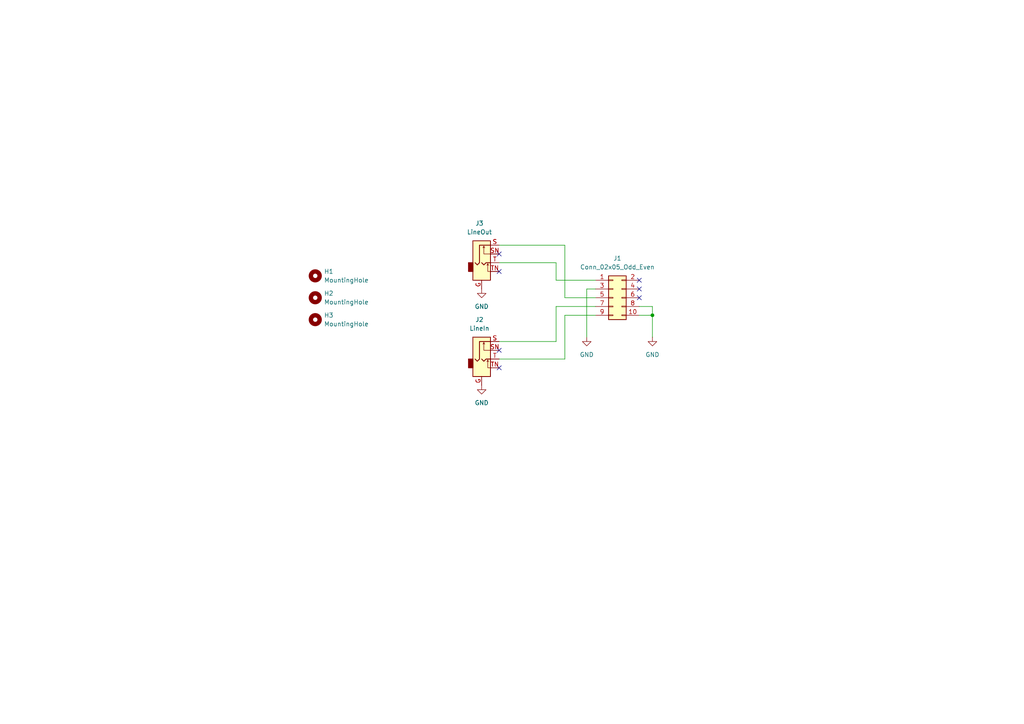
<source format=kicad_sch>
(kicad_sch
	(version 20231120)
	(generator "eeschema")
	(generator_version "8.0")
	(uuid "0bcab0cf-1598-4da1-84ec-1057ac7f254a")
	(paper "A4")
	(lib_symbols
		(symbol "Connector_Audio:AudioJack2_Ground_Switch"
			(exclude_from_sim no)
			(in_bom yes)
			(on_board yes)
			(property "Reference" "J"
				(at 0 11.43 0)
				(effects
					(font
						(size 1.27 1.27)
					)
				)
			)
			(property "Value" "AudioJack2_Ground_Switch"
				(at 0 8.89 0)
				(effects
					(font
						(size 1.27 1.27)
					)
				)
			)
			(property "Footprint" ""
				(at 0 5.08 0)
				(effects
					(font
						(size 1.27 1.27)
					)
					(hide yes)
				)
			)
			(property "Datasheet" "~"
				(at 0 5.08 0)
				(effects
					(font
						(size 1.27 1.27)
					)
					(hide yes)
				)
			)
			(property "Description" "Audio Jack, 2 Poles (Mono / TS), Grounded Sleeve, Switched Pole (Normalling)"
				(at 0 0 0)
				(effects
					(font
						(size 1.27 1.27)
					)
					(hide yes)
				)
			)
			(property "ki_keywords" "audio jack receptacle mono headphones phone TS connector"
				(at 0 0 0)
				(effects
					(font
						(size 1.27 1.27)
					)
					(hide yes)
				)
			)
			(property "ki_fp_filters" "Jack*"
				(at 0 0 0)
				(effects
					(font
						(size 1.27 1.27)
					)
					(hide yes)
				)
			)
			(symbol "AudioJack2_Ground_Switch_0_1"
				(rectangle
					(start -2.54 -2.54)
					(end -3.81 0)
					(stroke
						(width 0.254)
						(type default)
					)
					(fill
						(type outline)
					)
				)
				(rectangle
					(start 2.54 6.35)
					(end -2.54 -5.08)
					(stroke
						(width 0.254)
						(type default)
					)
					(fill
						(type background)
					)
				)
			)
			(symbol "AudioJack2_Ground_Switch_1_1"
				(polyline
					(pts
						(xy 0.635 4.826) (xy 0.889 4.318)
					)
					(stroke
						(width 0)
						(type default)
					)
					(fill
						(type none)
					)
				)
				(polyline
					(pts
						(xy 1.778 -0.254) (xy 2.032 -0.762)
					)
					(stroke
						(width 0)
						(type default)
					)
					(fill
						(type none)
					)
				)
				(polyline
					(pts
						(xy 0 0) (xy 0.635 -0.635) (xy 1.27 0) (xy 2.54 0)
					)
					(stroke
						(width 0.254)
						(type default)
					)
					(fill
						(type none)
					)
				)
				(polyline
					(pts
						(xy 2.54 -2.54) (xy 1.778 -2.54) (xy 1.778 -0.254) (xy 1.524 -0.762)
					)
					(stroke
						(width 0)
						(type default)
					)
					(fill
						(type none)
					)
				)
				(polyline
					(pts
						(xy 2.54 2.54) (xy 0.635 2.54) (xy 0.635 4.826) (xy 0.381 4.318)
					)
					(stroke
						(width 0)
						(type default)
					)
					(fill
						(type none)
					)
				)
				(polyline
					(pts
						(xy 2.54 5.08) (xy -0.635 5.08) (xy -0.635 0) (xy -1.27 -0.635) (xy -1.905 0)
					)
					(stroke
						(width 0.254)
						(type default)
					)
					(fill
						(type none)
					)
				)
				(pin passive line
					(at 0 -7.62 90)
					(length 2.54)
					(name "~"
						(effects
							(font
								(size 1.27 1.27)
							)
						)
					)
					(number "G"
						(effects
							(font
								(size 1.27 1.27)
							)
						)
					)
				)
				(pin passive line
					(at 5.08 5.08 180)
					(length 2.54)
					(name "~"
						(effects
							(font
								(size 1.27 1.27)
							)
						)
					)
					(number "S"
						(effects
							(font
								(size 1.27 1.27)
							)
						)
					)
				)
				(pin passive line
					(at 5.08 2.54 180)
					(length 2.54)
					(name "~"
						(effects
							(font
								(size 1.27 1.27)
							)
						)
					)
					(number "SN"
						(effects
							(font
								(size 1.27 1.27)
							)
						)
					)
				)
				(pin passive line
					(at 5.08 0 180)
					(length 2.54)
					(name "~"
						(effects
							(font
								(size 1.27 1.27)
							)
						)
					)
					(number "T"
						(effects
							(font
								(size 1.27 1.27)
							)
						)
					)
				)
				(pin passive line
					(at 5.08 -2.54 180)
					(length 2.54)
					(name "~"
						(effects
							(font
								(size 1.27 1.27)
							)
						)
					)
					(number "TN"
						(effects
							(font
								(size 1.27 1.27)
							)
						)
					)
				)
			)
		)
		(symbol "Connector_Generic:Conn_02x05_Odd_Even"
			(pin_names
				(offset 1.016) hide)
			(exclude_from_sim no)
			(in_bom yes)
			(on_board yes)
			(property "Reference" "J"
				(at 1.27 7.62 0)
				(effects
					(font
						(size 1.27 1.27)
					)
				)
			)
			(property "Value" "Conn_02x05_Odd_Even"
				(at 1.27 -7.62 0)
				(effects
					(font
						(size 1.27 1.27)
					)
				)
			)
			(property "Footprint" ""
				(at 0 0 0)
				(effects
					(font
						(size 1.27 1.27)
					)
					(hide yes)
				)
			)
			(property "Datasheet" "~"
				(at 0 0 0)
				(effects
					(font
						(size 1.27 1.27)
					)
					(hide yes)
				)
			)
			(property "Description" "Generic connector, double row, 02x05, odd/even pin numbering scheme (row 1 odd numbers, row 2 even numbers), script generated (kicad-library-utils/schlib/autogen/connector/)"
				(at 0 0 0)
				(effects
					(font
						(size 1.27 1.27)
					)
					(hide yes)
				)
			)
			(property "ki_keywords" "connector"
				(at 0 0 0)
				(effects
					(font
						(size 1.27 1.27)
					)
					(hide yes)
				)
			)
			(property "ki_fp_filters" "Connector*:*_2x??_*"
				(at 0 0 0)
				(effects
					(font
						(size 1.27 1.27)
					)
					(hide yes)
				)
			)
			(symbol "Conn_02x05_Odd_Even_1_1"
				(rectangle
					(start -1.27 -4.953)
					(end 0 -5.207)
					(stroke
						(width 0.1524)
						(type default)
					)
					(fill
						(type none)
					)
				)
				(rectangle
					(start -1.27 -2.413)
					(end 0 -2.667)
					(stroke
						(width 0.1524)
						(type default)
					)
					(fill
						(type none)
					)
				)
				(rectangle
					(start -1.27 0.127)
					(end 0 -0.127)
					(stroke
						(width 0.1524)
						(type default)
					)
					(fill
						(type none)
					)
				)
				(rectangle
					(start -1.27 2.667)
					(end 0 2.413)
					(stroke
						(width 0.1524)
						(type default)
					)
					(fill
						(type none)
					)
				)
				(rectangle
					(start -1.27 5.207)
					(end 0 4.953)
					(stroke
						(width 0.1524)
						(type default)
					)
					(fill
						(type none)
					)
				)
				(rectangle
					(start -1.27 6.35)
					(end 3.81 -6.35)
					(stroke
						(width 0.254)
						(type default)
					)
					(fill
						(type background)
					)
				)
				(rectangle
					(start 3.81 -4.953)
					(end 2.54 -5.207)
					(stroke
						(width 0.1524)
						(type default)
					)
					(fill
						(type none)
					)
				)
				(rectangle
					(start 3.81 -2.413)
					(end 2.54 -2.667)
					(stroke
						(width 0.1524)
						(type default)
					)
					(fill
						(type none)
					)
				)
				(rectangle
					(start 3.81 0.127)
					(end 2.54 -0.127)
					(stroke
						(width 0.1524)
						(type default)
					)
					(fill
						(type none)
					)
				)
				(rectangle
					(start 3.81 2.667)
					(end 2.54 2.413)
					(stroke
						(width 0.1524)
						(type default)
					)
					(fill
						(type none)
					)
				)
				(rectangle
					(start 3.81 5.207)
					(end 2.54 4.953)
					(stroke
						(width 0.1524)
						(type default)
					)
					(fill
						(type none)
					)
				)
				(pin passive line
					(at -5.08 5.08 0)
					(length 3.81)
					(name "Pin_1"
						(effects
							(font
								(size 1.27 1.27)
							)
						)
					)
					(number "1"
						(effects
							(font
								(size 1.27 1.27)
							)
						)
					)
				)
				(pin passive line
					(at 7.62 -5.08 180)
					(length 3.81)
					(name "Pin_10"
						(effects
							(font
								(size 1.27 1.27)
							)
						)
					)
					(number "10"
						(effects
							(font
								(size 1.27 1.27)
							)
						)
					)
				)
				(pin passive line
					(at 7.62 5.08 180)
					(length 3.81)
					(name "Pin_2"
						(effects
							(font
								(size 1.27 1.27)
							)
						)
					)
					(number "2"
						(effects
							(font
								(size 1.27 1.27)
							)
						)
					)
				)
				(pin passive line
					(at -5.08 2.54 0)
					(length 3.81)
					(name "Pin_3"
						(effects
							(font
								(size 1.27 1.27)
							)
						)
					)
					(number "3"
						(effects
							(font
								(size 1.27 1.27)
							)
						)
					)
				)
				(pin passive line
					(at 7.62 2.54 180)
					(length 3.81)
					(name "Pin_4"
						(effects
							(font
								(size 1.27 1.27)
							)
						)
					)
					(number "4"
						(effects
							(font
								(size 1.27 1.27)
							)
						)
					)
				)
				(pin passive line
					(at -5.08 0 0)
					(length 3.81)
					(name "Pin_5"
						(effects
							(font
								(size 1.27 1.27)
							)
						)
					)
					(number "5"
						(effects
							(font
								(size 1.27 1.27)
							)
						)
					)
				)
				(pin passive line
					(at 7.62 0 180)
					(length 3.81)
					(name "Pin_6"
						(effects
							(font
								(size 1.27 1.27)
							)
						)
					)
					(number "6"
						(effects
							(font
								(size 1.27 1.27)
							)
						)
					)
				)
				(pin passive line
					(at -5.08 -2.54 0)
					(length 3.81)
					(name "Pin_7"
						(effects
							(font
								(size 1.27 1.27)
							)
						)
					)
					(number "7"
						(effects
							(font
								(size 1.27 1.27)
							)
						)
					)
				)
				(pin passive line
					(at 7.62 -2.54 180)
					(length 3.81)
					(name "Pin_8"
						(effects
							(font
								(size 1.27 1.27)
							)
						)
					)
					(number "8"
						(effects
							(font
								(size 1.27 1.27)
							)
						)
					)
				)
				(pin passive line
					(at -5.08 -5.08 0)
					(length 3.81)
					(name "Pin_9"
						(effects
							(font
								(size 1.27 1.27)
							)
						)
					)
					(number "9"
						(effects
							(font
								(size 1.27 1.27)
							)
						)
					)
				)
			)
		)
		(symbol "Mechanical:MountingHole"
			(pin_names
				(offset 1.016)
			)
			(exclude_from_sim yes)
			(in_bom no)
			(on_board yes)
			(property "Reference" "H"
				(at 0 5.08 0)
				(effects
					(font
						(size 1.27 1.27)
					)
				)
			)
			(property "Value" "MountingHole"
				(at 0 3.175 0)
				(effects
					(font
						(size 1.27 1.27)
					)
				)
			)
			(property "Footprint" ""
				(at 0 0 0)
				(effects
					(font
						(size 1.27 1.27)
					)
					(hide yes)
				)
			)
			(property "Datasheet" "~"
				(at 0 0 0)
				(effects
					(font
						(size 1.27 1.27)
					)
					(hide yes)
				)
			)
			(property "Description" "Mounting Hole without connection"
				(at 0 0 0)
				(effects
					(font
						(size 1.27 1.27)
					)
					(hide yes)
				)
			)
			(property "ki_keywords" "mounting hole"
				(at 0 0 0)
				(effects
					(font
						(size 1.27 1.27)
					)
					(hide yes)
				)
			)
			(property "ki_fp_filters" "MountingHole*"
				(at 0 0 0)
				(effects
					(font
						(size 1.27 1.27)
					)
					(hide yes)
				)
			)
			(symbol "MountingHole_0_1"
				(circle
					(center 0 0)
					(radius 1.27)
					(stroke
						(width 1.27)
						(type default)
					)
					(fill
						(type none)
					)
				)
			)
		)
		(symbol "power:GND"
			(power)
			(pin_numbers hide)
			(pin_names
				(offset 0) hide)
			(exclude_from_sim no)
			(in_bom yes)
			(on_board yes)
			(property "Reference" "#PWR"
				(at 0 -6.35 0)
				(effects
					(font
						(size 1.27 1.27)
					)
					(hide yes)
				)
			)
			(property "Value" "GND"
				(at 0 -3.81 0)
				(effects
					(font
						(size 1.27 1.27)
					)
				)
			)
			(property "Footprint" ""
				(at 0 0 0)
				(effects
					(font
						(size 1.27 1.27)
					)
					(hide yes)
				)
			)
			(property "Datasheet" ""
				(at 0 0 0)
				(effects
					(font
						(size 1.27 1.27)
					)
					(hide yes)
				)
			)
			(property "Description" "Power symbol creates a global label with name \"GND\" , ground"
				(at 0 0 0)
				(effects
					(font
						(size 1.27 1.27)
					)
					(hide yes)
				)
			)
			(property "ki_keywords" "global power"
				(at 0 0 0)
				(effects
					(font
						(size 1.27 1.27)
					)
					(hide yes)
				)
			)
			(symbol "GND_0_1"
				(polyline
					(pts
						(xy 0 0) (xy 0 -1.27) (xy 1.27 -1.27) (xy 0 -2.54) (xy -1.27 -1.27) (xy 0 -1.27)
					)
					(stroke
						(width 0)
						(type default)
					)
					(fill
						(type none)
					)
				)
			)
			(symbol "GND_1_1"
				(pin power_in line
					(at 0 0 270)
					(length 0)
					(name "~"
						(effects
							(font
								(size 1.27 1.27)
							)
						)
					)
					(number "1"
						(effects
							(font
								(size 1.27 1.27)
							)
						)
					)
				)
			)
		)
	)
	(junction
		(at 189.23 91.44)
		(diameter 0)
		(color 0 0 0 0)
		(uuid "bff79a80-f052-439e-a28c-01947bbe5782")
	)
	(no_connect
		(at 185.42 81.28)
		(uuid "048107b0-4287-4b7b-95ab-eb0359d50f23")
	)
	(no_connect
		(at 144.78 73.66)
		(uuid "17c72a06-adb7-4716-b8d0-86b936c5fdf4")
	)
	(no_connect
		(at 185.42 83.82)
		(uuid "29c72dca-ca0f-4838-82bb-38521ed7c423")
	)
	(no_connect
		(at 144.78 106.68)
		(uuid "2d60a2ac-dc30-43c6-b7e0-4374517fc920")
	)
	(no_connect
		(at 144.78 78.74)
		(uuid "32ec79ac-0f6b-41ee-a866-c10405ea4edf")
	)
	(no_connect
		(at 185.42 86.36)
		(uuid "7c4c6498-0443-4450-a74f-46266ba84474")
	)
	(no_connect
		(at 144.78 101.6)
		(uuid "afe1ce46-308a-4210-a96f-750d6805e288")
	)
	(wire
		(pts
			(xy 144.78 104.14) (xy 163.83 104.14)
		)
		(stroke
			(width 0)
			(type default)
		)
		(uuid "088df90d-b0c6-404c-bfb5-9a1a527d86bd")
	)
	(wire
		(pts
			(xy 163.83 71.12) (xy 144.78 71.12)
		)
		(stroke
			(width 0)
			(type default)
		)
		(uuid "0951d171-2a54-407f-8545-f0311189e6ab")
	)
	(wire
		(pts
			(xy 189.23 88.9) (xy 189.23 91.44)
		)
		(stroke
			(width 0)
			(type default)
		)
		(uuid "37eaa13a-96ba-4fb6-8fda-3c2d1cc43899")
	)
	(wire
		(pts
			(xy 161.29 81.28) (xy 161.29 76.2)
		)
		(stroke
			(width 0)
			(type default)
		)
		(uuid "448d4555-db66-4057-b23f-4e9688f712bc")
	)
	(wire
		(pts
			(xy 161.29 88.9) (xy 172.72 88.9)
		)
		(stroke
			(width 0)
			(type default)
		)
		(uuid "4afd2d8a-e0dc-4c57-8d9f-dddc97f2bfcb")
	)
	(wire
		(pts
			(xy 163.83 91.44) (xy 172.72 91.44)
		)
		(stroke
			(width 0)
			(type default)
		)
		(uuid "60d6d340-8533-4efa-9a4f-291a15462790")
	)
	(wire
		(pts
			(xy 163.83 104.14) (xy 163.83 91.44)
		)
		(stroke
			(width 0)
			(type default)
		)
		(uuid "74344c6d-4612-4691-8755-3836abac6683")
	)
	(wire
		(pts
			(xy 189.23 91.44) (xy 189.23 97.79)
		)
		(stroke
			(width 0)
			(type default)
		)
		(uuid "8772f074-7639-4b31-84b7-a723bcb145ed")
	)
	(wire
		(pts
			(xy 144.78 99.06) (xy 161.29 99.06)
		)
		(stroke
			(width 0)
			(type default)
		)
		(uuid "904a732b-d906-41f6-b0be-14091bc48b52")
	)
	(wire
		(pts
			(xy 161.29 99.06) (xy 161.29 88.9)
		)
		(stroke
			(width 0)
			(type default)
		)
		(uuid "9b36547c-6d92-405d-b2fa-764763e246b4")
	)
	(wire
		(pts
			(xy 185.42 91.44) (xy 189.23 91.44)
		)
		(stroke
			(width 0)
			(type default)
		)
		(uuid "9cf5b80d-f64b-4e87-ab9e-7c526d297159")
	)
	(wire
		(pts
			(xy 163.83 86.36) (xy 163.83 71.12)
		)
		(stroke
			(width 0)
			(type default)
		)
		(uuid "9ddf903e-a4ef-493c-9c84-b3e67198f42a")
	)
	(wire
		(pts
			(xy 172.72 83.82) (xy 170.18 83.82)
		)
		(stroke
			(width 0)
			(type default)
		)
		(uuid "c0ca8959-510c-42e1-b728-edd435abcb01")
	)
	(wire
		(pts
			(xy 185.42 88.9) (xy 189.23 88.9)
		)
		(stroke
			(width 0)
			(type default)
		)
		(uuid "c366b840-0f64-4715-a6d9-997e5eb3ad65")
	)
	(wire
		(pts
			(xy 172.72 86.36) (xy 163.83 86.36)
		)
		(stroke
			(width 0)
			(type default)
		)
		(uuid "ceeb7cc4-9056-438b-bcb1-b71228265387")
	)
	(wire
		(pts
			(xy 161.29 76.2) (xy 144.78 76.2)
		)
		(stroke
			(width 0)
			(type default)
		)
		(uuid "d4b44f04-c27e-4bbb-af19-97e056d98fa0")
	)
	(wire
		(pts
			(xy 170.18 83.82) (xy 170.18 97.79)
		)
		(stroke
			(width 0)
			(type default)
		)
		(uuid "dc1bca3f-5266-406f-9568-b61baffcbdfc")
	)
	(wire
		(pts
			(xy 172.72 81.28) (xy 161.29 81.28)
		)
		(stroke
			(width 0)
			(type default)
		)
		(uuid "fc88a3e0-e550-46c6-b330-1176af93b8b8")
	)
	(symbol
		(lib_id "power:GND")
		(at 139.7 83.82 0)
		(unit 1)
		(exclude_from_sim no)
		(in_bom yes)
		(on_board yes)
		(dnp no)
		(fields_autoplaced yes)
		(uuid "0d586711-2685-412d-bb69-a11e56bf08c2")
		(property "Reference" "#PWR04"
			(at 139.7 90.17 0)
			(effects
				(font
					(size 1.27 1.27)
				)
				(hide yes)
			)
		)
		(property "Value" "GND"
			(at 139.7 88.9 0)
			(effects
				(font
					(size 1.27 1.27)
				)
			)
		)
		(property "Footprint" ""
			(at 139.7 83.82 0)
			(effects
				(font
					(size 1.27 1.27)
				)
				(hide yes)
			)
		)
		(property "Datasheet" ""
			(at 139.7 83.82 0)
			(effects
				(font
					(size 1.27 1.27)
				)
				(hide yes)
			)
		)
		(property "Description" "Power symbol creates a global label with name \"GND\" , ground"
			(at 139.7 83.82 0)
			(effects
				(font
					(size 1.27 1.27)
				)
				(hide yes)
			)
		)
		(pin "1"
			(uuid "79255c65-6c3e-48fc-a4cc-95405c4b7319")
		)
		(instances
			(project "MIDIController-AudioShield"
				(path "/0bcab0cf-1598-4da1-84ec-1057ac7f254a"
					(reference "#PWR04")
					(unit 1)
				)
			)
		)
	)
	(symbol
		(lib_id "power:GND")
		(at 170.18 97.79 0)
		(unit 1)
		(exclude_from_sim no)
		(in_bom yes)
		(on_board yes)
		(dnp no)
		(fields_autoplaced yes)
		(uuid "2b84ee4a-597a-4fe0-a8cc-554b77ed181d")
		(property "Reference" "#PWR01"
			(at 170.18 104.14 0)
			(effects
				(font
					(size 1.27 1.27)
				)
				(hide yes)
			)
		)
		(property "Value" "GND"
			(at 170.18 102.87 0)
			(effects
				(font
					(size 1.27 1.27)
				)
			)
		)
		(property "Footprint" ""
			(at 170.18 97.79 0)
			(effects
				(font
					(size 1.27 1.27)
				)
				(hide yes)
			)
		)
		(property "Datasheet" ""
			(at 170.18 97.79 0)
			(effects
				(font
					(size 1.27 1.27)
				)
				(hide yes)
			)
		)
		(property "Description" "Power symbol creates a global label with name \"GND\" , ground"
			(at 170.18 97.79 0)
			(effects
				(font
					(size 1.27 1.27)
				)
				(hide yes)
			)
		)
		(pin "1"
			(uuid "84a410fa-e608-493c-a6f6-c178fe7c8861")
		)
		(instances
			(project ""
				(path "/0bcab0cf-1598-4da1-84ec-1057ac7f254a"
					(reference "#PWR01")
					(unit 1)
				)
			)
		)
	)
	(symbol
		(lib_id "Connector_Audio:AudioJack2_Ground_Switch")
		(at 139.7 104.14 0)
		(unit 1)
		(exclude_from_sim no)
		(in_bom yes)
		(on_board yes)
		(dnp no)
		(fields_autoplaced yes)
		(uuid "6765b52b-ea5c-49fb-b58f-f9ae19adc112")
		(property "Reference" "J2"
			(at 139.065 92.71 0)
			(effects
				(font
					(size 1.27 1.27)
				)
			)
		)
		(property "Value" "LineIn"
			(at 139.065 95.25 0)
			(effects
				(font
					(size 1.27 1.27)
				)
			)
		)
		(property "Footprint" "Custom_Connectors:Jack_3.5mm_Ledino_KB3SPRS_Horizontal_Stereo"
			(at 139.7 99.06 0)
			(effects
				(font
					(size 1.27 1.27)
				)
				(hide yes)
			)
		)
		(property "Datasheet" "~"
			(at 139.7 99.06 0)
			(effects
				(font
					(size 1.27 1.27)
				)
				(hide yes)
			)
		)
		(property "Description" "Audio Jack, 2 Poles (Mono / TS), Grounded Sleeve, Switched Pole (Normalling)"
			(at 139.7 104.14 0)
			(effects
				(font
					(size 1.27 1.27)
				)
				(hide yes)
			)
		)
		(pin "S"
			(uuid "3f8e94d5-7126-40ad-9383-5e816000f2b0")
		)
		(pin "G"
			(uuid "d2681503-ef70-4b21-9eef-b2c8481f3d37")
		)
		(pin "T"
			(uuid "100a21fe-4475-43f2-b367-e8330c7fcb03")
		)
		(pin "SN"
			(uuid "76c8f67f-29ae-4aba-9eea-a3a03a51673a")
		)
		(pin "TN"
			(uuid "c0fd2f4f-6dae-4d78-afa5-edf5eb5cbc48")
		)
		(instances
			(project ""
				(path "/0bcab0cf-1598-4da1-84ec-1057ac7f254a"
					(reference "J2")
					(unit 1)
				)
			)
		)
	)
	(symbol
		(lib_id "Mechanical:MountingHole")
		(at 91.44 92.71 0)
		(unit 1)
		(exclude_from_sim yes)
		(in_bom no)
		(on_board yes)
		(dnp no)
		(fields_autoplaced yes)
		(uuid "69551d6e-d752-4fcf-a990-24bf1efe55d7")
		(property "Reference" "H3"
			(at 93.98 91.4399 0)
			(effects
				(font
					(size 1.27 1.27)
				)
				(justify left)
			)
		)
		(property "Value" "MountingHole"
			(at 93.98 93.9799 0)
			(effects
				(font
					(size 1.27 1.27)
				)
				(justify left)
			)
		)
		(property "Footprint" "MountingHole:MountingHole_3.2mm_M3"
			(at 91.44 92.71 0)
			(effects
				(font
					(size 1.27 1.27)
				)
				(hide yes)
			)
		)
		(property "Datasheet" "~"
			(at 91.44 92.71 0)
			(effects
				(font
					(size 1.27 1.27)
				)
				(hide yes)
			)
		)
		(property "Description" "Mounting Hole without connection"
			(at 91.44 92.71 0)
			(effects
				(font
					(size 1.27 1.27)
				)
				(hide yes)
			)
		)
		(instances
			(project ""
				(path "/0bcab0cf-1598-4da1-84ec-1057ac7f254a"
					(reference "H3")
					(unit 1)
				)
			)
		)
	)
	(symbol
		(lib_id "Mechanical:MountingHole")
		(at 91.44 86.36 0)
		(unit 1)
		(exclude_from_sim yes)
		(in_bom no)
		(on_board yes)
		(dnp no)
		(fields_autoplaced yes)
		(uuid "70febf45-2fee-499f-bf3c-90f096ad11c8")
		(property "Reference" "H2"
			(at 93.98 85.0899 0)
			(effects
				(font
					(size 1.27 1.27)
				)
				(justify left)
			)
		)
		(property "Value" "MountingHole"
			(at 93.98 87.6299 0)
			(effects
				(font
					(size 1.27 1.27)
				)
				(justify left)
			)
		)
		(property "Footprint" "MountingHole:MountingHole_3.2mm_M3"
			(at 91.44 86.36 0)
			(effects
				(font
					(size 1.27 1.27)
				)
				(hide yes)
			)
		)
		(property "Datasheet" "~"
			(at 91.44 86.36 0)
			(effects
				(font
					(size 1.27 1.27)
				)
				(hide yes)
			)
		)
		(property "Description" "Mounting Hole without connection"
			(at 91.44 86.36 0)
			(effects
				(font
					(size 1.27 1.27)
				)
				(hide yes)
			)
		)
		(instances
			(project ""
				(path "/0bcab0cf-1598-4da1-84ec-1057ac7f254a"
					(reference "H2")
					(unit 1)
				)
			)
		)
	)
	(symbol
		(lib_id "power:GND")
		(at 139.7 111.76 0)
		(unit 1)
		(exclude_from_sim no)
		(in_bom yes)
		(on_board yes)
		(dnp no)
		(fields_autoplaced yes)
		(uuid "a976b511-be9c-4e5d-bd31-095b38311d97")
		(property "Reference" "#PWR03"
			(at 139.7 118.11 0)
			(effects
				(font
					(size 1.27 1.27)
				)
				(hide yes)
			)
		)
		(property "Value" "GND"
			(at 139.7 116.84 0)
			(effects
				(font
					(size 1.27 1.27)
				)
			)
		)
		(property "Footprint" ""
			(at 139.7 111.76 0)
			(effects
				(font
					(size 1.27 1.27)
				)
				(hide yes)
			)
		)
		(property "Datasheet" ""
			(at 139.7 111.76 0)
			(effects
				(font
					(size 1.27 1.27)
				)
				(hide yes)
			)
		)
		(property "Description" "Power symbol creates a global label with name \"GND\" , ground"
			(at 139.7 111.76 0)
			(effects
				(font
					(size 1.27 1.27)
				)
				(hide yes)
			)
		)
		(pin "1"
			(uuid "2b3cbbd4-b1c5-44d0-a9e8-613dfe8355c9")
		)
		(instances
			(project "MIDIController-AudioShield"
				(path "/0bcab0cf-1598-4da1-84ec-1057ac7f254a"
					(reference "#PWR03")
					(unit 1)
				)
			)
		)
	)
	(symbol
		(lib_id "Connector_Audio:AudioJack2_Ground_Switch")
		(at 139.7 76.2 0)
		(unit 1)
		(exclude_from_sim no)
		(in_bom yes)
		(on_board yes)
		(dnp no)
		(fields_autoplaced yes)
		(uuid "b19bb81f-ddb6-4273-844e-d55bc4f2febb")
		(property "Reference" "J3"
			(at 139.065 64.77 0)
			(effects
				(font
					(size 1.27 1.27)
				)
			)
		)
		(property "Value" "LineOut"
			(at 139.065 67.31 0)
			(effects
				(font
					(size 1.27 1.27)
				)
			)
		)
		(property "Footprint" "Custom_Connectors:Jack_3.5mm_Ledino_KB3SPRS_Horizontal_Stereo"
			(at 139.7 71.12 0)
			(effects
				(font
					(size 1.27 1.27)
				)
				(hide yes)
			)
		)
		(property "Datasheet" "~"
			(at 139.7 71.12 0)
			(effects
				(font
					(size 1.27 1.27)
				)
				(hide yes)
			)
		)
		(property "Description" "Audio Jack, 2 Poles (Mono / TS), Grounded Sleeve, Switched Pole (Normalling)"
			(at 139.7 76.2 0)
			(effects
				(font
					(size 1.27 1.27)
				)
				(hide yes)
			)
		)
		(pin "S"
			(uuid "bb40726e-84ab-455a-9732-44f83691f7f8")
		)
		(pin "G"
			(uuid "985e1093-0107-4245-a20e-a7b9c6f286cf")
		)
		(pin "T"
			(uuid "ea4c18e9-3903-4261-adda-dea57f1a3b2e")
		)
		(pin "SN"
			(uuid "94fad70b-6b73-46ac-946a-09e8c20895cf")
		)
		(pin "TN"
			(uuid "92304b6c-9f70-40c9-b441-18a256c9f246")
		)
		(instances
			(project "MIDIController-AudioShield"
				(path "/0bcab0cf-1598-4da1-84ec-1057ac7f254a"
					(reference "J3")
					(unit 1)
				)
			)
		)
	)
	(symbol
		(lib_id "power:GND")
		(at 189.23 97.79 0)
		(unit 1)
		(exclude_from_sim no)
		(in_bom yes)
		(on_board yes)
		(dnp no)
		(fields_autoplaced yes)
		(uuid "e5bf3719-5031-44ea-a25c-510cd43e0834")
		(property "Reference" "#PWR02"
			(at 189.23 104.14 0)
			(effects
				(font
					(size 1.27 1.27)
				)
				(hide yes)
			)
		)
		(property "Value" "GND"
			(at 189.23 102.87 0)
			(effects
				(font
					(size 1.27 1.27)
				)
			)
		)
		(property "Footprint" ""
			(at 189.23 97.79 0)
			(effects
				(font
					(size 1.27 1.27)
				)
				(hide yes)
			)
		)
		(property "Datasheet" ""
			(at 189.23 97.79 0)
			(effects
				(font
					(size 1.27 1.27)
				)
				(hide yes)
			)
		)
		(property "Description" "Power symbol creates a global label with name \"GND\" , ground"
			(at 189.23 97.79 0)
			(effects
				(font
					(size 1.27 1.27)
				)
				(hide yes)
			)
		)
		(pin "1"
			(uuid "84a410fa-e608-493c-a6f6-c178fe7c8861")
		)
		(instances
			(project ""
				(path "/0bcab0cf-1598-4da1-84ec-1057ac7f254a"
					(reference "#PWR02")
					(unit 1)
				)
			)
		)
	)
	(symbol
		(lib_id "Connector_Generic:Conn_02x05_Odd_Even")
		(at 177.8 86.36 0)
		(unit 1)
		(exclude_from_sim no)
		(in_bom yes)
		(on_board yes)
		(dnp no)
		(fields_autoplaced yes)
		(uuid "e79d3245-34bc-4147-a109-d3cbe7174c4a")
		(property "Reference" "J1"
			(at 179.07 74.93 0)
			(effects
				(font
					(size 1.27 1.27)
				)
			)
		)
		(property "Value" "Conn_02x05_Odd_Even"
			(at 179.07 77.47 0)
			(effects
				(font
					(size 1.27 1.27)
				)
			)
		)
		(property "Footprint" "Connector_PinHeader_2.54mm:PinHeader_2x05_P2.54mm_Vertical"
			(at 177.8 86.36 0)
			(effects
				(font
					(size 1.27 1.27)
				)
				(hide yes)
			)
		)
		(property "Datasheet" "~"
			(at 177.8 86.36 0)
			(effects
				(font
					(size 1.27 1.27)
				)
				(hide yes)
			)
		)
		(property "Description" "Generic connector, double row, 02x05, odd/even pin numbering scheme (row 1 odd numbers, row 2 even numbers), script generated (kicad-library-utils/schlib/autogen/connector/)"
			(at 177.8 86.36 0)
			(effects
				(font
					(size 1.27 1.27)
				)
				(hide yes)
			)
		)
		(pin "1"
			(uuid "162fcef2-64b1-4e2b-b17a-f372d50a7bad")
		)
		(pin "10"
			(uuid "7a9facc0-11f0-46b9-ba76-3e0096c2faa2")
		)
		(pin "4"
			(uuid "b8800ccd-91a2-4ba5-bb25-f99535663861")
		)
		(pin "5"
			(uuid "20b30de2-0f74-4ebf-b629-d46b01496e4a")
		)
		(pin "7"
			(uuid "2f7e90d8-27bb-489b-bf8b-9aa03837b6e9")
		)
		(pin "9"
			(uuid "8934c142-2ae1-4c4f-92ac-3340766e82c8")
		)
		(pin "2"
			(uuid "1a331952-1cad-4ecf-a882-0b9eb5139271")
		)
		(pin "8"
			(uuid "ef18db29-bbd1-4a9b-80bf-818794e285d1")
		)
		(pin "6"
			(uuid "a4fd8766-3279-49ab-b59d-4aa5737fb54b")
		)
		(pin "3"
			(uuid "d2794685-b89c-4a1d-8885-06b026e3eeb3")
		)
		(instances
			(project ""
				(path "/0bcab0cf-1598-4da1-84ec-1057ac7f254a"
					(reference "J1")
					(unit 1)
				)
			)
		)
	)
	(symbol
		(lib_id "Mechanical:MountingHole")
		(at 91.44 80.01 0)
		(unit 1)
		(exclude_from_sim yes)
		(in_bom no)
		(on_board yes)
		(dnp no)
		(fields_autoplaced yes)
		(uuid "ea2718a7-f9ba-4993-afc8-da63fb04a814")
		(property "Reference" "H1"
			(at 93.98 78.7399 0)
			(effects
				(font
					(size 1.27 1.27)
				)
				(justify left)
			)
		)
		(property "Value" "MountingHole"
			(at 93.98 81.2799 0)
			(effects
				(font
					(size 1.27 1.27)
				)
				(justify left)
			)
		)
		(property "Footprint" "MountingHole:MountingHole_3.2mm_M3"
			(at 91.44 80.01 0)
			(effects
				(font
					(size 1.27 1.27)
				)
				(hide yes)
			)
		)
		(property "Datasheet" "~"
			(at 91.44 80.01 0)
			(effects
				(font
					(size 1.27 1.27)
				)
				(hide yes)
			)
		)
		(property "Description" "Mounting Hole without connection"
			(at 91.44 80.01 0)
			(effects
				(font
					(size 1.27 1.27)
				)
				(hide yes)
			)
		)
		(instances
			(project ""
				(path "/0bcab0cf-1598-4da1-84ec-1057ac7f254a"
					(reference "H1")
					(unit 1)
				)
			)
		)
	)
	(sheet_instances
		(path "/"
			(page "1")
		)
	)
)

</source>
